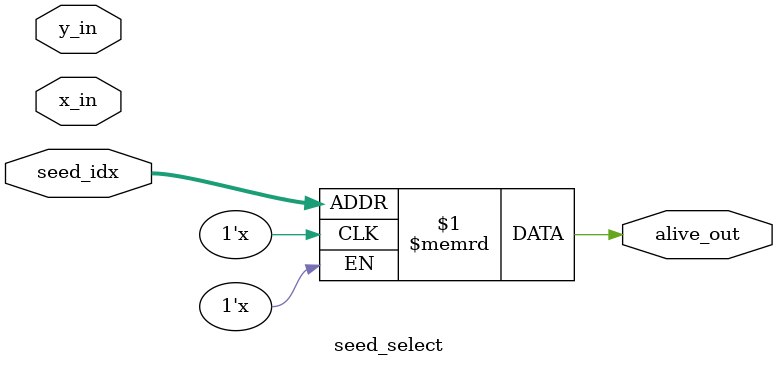
<source format=sv>
`default_nettype none
module seed_select(input wire[4:0] seed_idx,
                   input wire[5:0] x_in,
                   input wire[5:0] y_in,
                   output logic alive_out);
    logic alive[0:-1];
    assign alive_out = alive[seed_idx];
endmodule
`default_nettype wire

</source>
